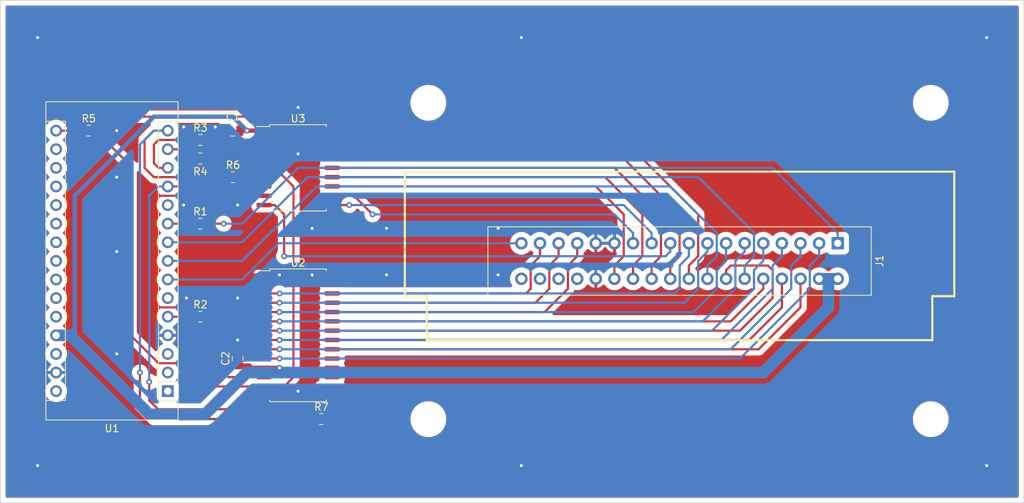
<source format=kicad_pcb>
(kicad_pcb (version 20211014) (generator pcbnew)
  (layers (0 "F.Cu" signal) (31 "B.Cu" signal) (34 "B.Paste" user) (35 "F.Paste" user) (36 "B.SilkS" user "B.Silkscreen") (37 "F.SilkS" user "F.Silkscreen") (38 "B.Mask" user) (39 "F.Mask" user) (44 "Edge.Cuts" user))
  (net 0 "")
  (net 1 "+5V")
  (net 2 "Net-(J1-Pad3)")
  (net 3 "~{WE}")
  (net 4 "Net-(J1-Pad5)")
  (net 5 "Net-(J1-Pad6)")
  (net 6 "Net-(J1-Pad7)")
  (net 7 "Net-(J1-Pad8)")
  (net 8 "Net-(J1-Pad9)")
  (net 9 "Net-(J1-Pad10)")
  (net 10 "Net-(J1-Pad11)")
  (net 11 "~{OE}")
  (net 12 "Net-(J1-Pad13)")
  (net 13 "Net-(J1-Pad14)")
  (net 14 "Net-(J1-Pad15)")
  (net 15 "~{CE}")
  (net 16 "Net-(J1-Pad17)")
  (net 17 "Net-(J1-Pad18)")
  (net 18 "Net-(J1-Pad19)")
  (net 19 "Net-(J1-Pad20)")
  (net 20 "Net-(J1-Pad21)")
  (net 21 "Net-(J1-Pad22)")
  (net 22 "Net-(J1-Pad23)")
  (net 23 "Net-(J1-Pad24)")
  (net 24 "GND")
  (net 25 "Net-(J1-Pad26)")
  (net 26 "Net-(J1-Pad29)")
  (net 28 "Net-(J1-Pad31)")
  (net 30 "Net-(J1-Pad33)")
  (net 32 "PB6")
  (net 38 "/~{CS_D}")
  (net 39 "Net-(R4-Pad1)")
  (net 53 "Net-(R1-Pad1)")
  (net 56 "Net-(R5-Pad1)")
  (net 57 "Net-(R6-Pad2)")
  (net 58 "Net-(R7-Pad2)")
  (net 59 "/MOSI")
  (net 60 "/SCK")
  (net 61 "/MISO")
  (net 62 "/~{RESET}")
  (net 63 "Net-(R3-Pad1)")
  (net 64 "/~{CS_A}")
  (net 71 "Net-(R2-Pad1)")
  (footprint "Resistor_SMD:R_0805_2012Metric" (layer "F.Cu") (at 80.645 71.12)
    (fp_text reference "R5" (at 0 -1.65) (layer "F.SilkS"))
    (fp_text value "22")
    (fp_line (start -0.227064 0.735) (end 0.227064 0.735) (layer "F.SilkS") (width 0.12))
    (fp_line (start -0.227064 -0.735) (end 0.227064 -0.735) (layer "F.SilkS") (width 0.12))
    (pad "1" smd roundrect locked (at -0.9125 0) (size 1.025 1.4) (layers "F.Cu" "F.Paste" "F.Mask") (roundrect_rratio 0.243902439) (net 56 "Net-(R5-Pad1)"))
    (pad "2" smd roundrect locked (at 0.9125 0) (size 1.025 1.4) (layers "F.Cu" "F.Paste" "F.Mask") (roundrect_rratio 0.243902439) (net 60 "/SCK"))
  )
  (footprint "Package_SO:SOIC-28W_7.5x17.9mm_P1.27mm" (layer "F.Cu") (at 109.22 99.06)
    (fp_text reference "U2" (at 0 -9.9) (layer "F.SilkS"))
    (fp_text value "MCP23S18_PDIP/SOIC")
    (fp_line (start 0 9.06) (end 3.86 9.06) (layer "F.SilkS") (width 0.12))
    (fp_line (start -3.86 -9.06) (end -3.86 -8.815) (layer "F.SilkS") (width 0.12))
    (fp_line (start -3.86 -8.815) (end -5.675 -8.815) (layer "F.SilkS") (width 0.12))
    (fp_line (start 0 9.06) (end -3.86 9.06) (layer "F.SilkS") (width 0.12))
    (fp_line (start 0 -9.06) (end -3.86 -9.06) (layer "F.SilkS") (width 0.12))
    (fp_line (start 3.86 9.06) (end 3.86 8.815) (layer "F.SilkS") (width 0.12))
    (fp_line (start -3.86 9.06) (end -3.86 8.815) (layer "F.SilkS") (width 0.12))
    (fp_line (start 3.86 -9.06) (end 3.86 -8.815) (layer "F.SilkS") (width 0.12))
    (fp_line (start 0 -9.06) (end 3.86 -9.06) (layer "F.SilkS") (width 0.12))
    (pad "1" smd roundrect locked (at -4.65 -8.255) (size 2.05 0.6) (layers "F.Cu" "F.Paste" "F.Mask") (net 24 "GND"))
    (pad "2" smd roundrect locked (at -4.65 -6.985) (size 2.05 0.6) (layers "F.Cu" "F.Paste" "F.Mask"))
    (pad "3" smd roundrect locked (at -4.65 -5.715) (size 2.05 0.6) (layers "F.Cu" "F.Paste" "F.Mask") (net 16 "Net-(J1-Pad17)"))
    (pad "4" smd roundrect locked (at -4.65 -4.445) (size 2.05 0.6) (layers "F.Cu" "F.Paste" "F.Mask") (net 14 "Net-(J1-Pad15)"))
    (pad "5" smd roundrect locked (at -4.65 -3.175) (size 2.05 0.6) (layers "F.Cu" "F.Paste" "F.Mask") (net 12 "Net-(J1-Pad13)"))
    (pad "6" smd roundrect locked (at -4.65 -1.905) (size 2.05 0.6) (layers "F.Cu" "F.Paste" "F.Mask") (net 10 "Net-(J1-Pad11)"))
    (pad "7" smd roundrect locked (at -4.65 -0.635) (size 2.05 0.6) (layers "F.Cu" "F.Paste" "F.Mask") (net 8 "Net-(J1-Pad9)"))
    (pad "8" smd roundrect locked (at -4.65 0.635) (size 2.05 0.6) (layers "F.Cu" "F.Paste" "F.Mask") (net 6 "Net-(J1-Pad7)"))
    (pad "9" smd roundrect locked (at -4.65 1.905) (size 2.05 0.6) (layers "F.Cu" "F.Paste" "F.Mask") (net 4 "Net-(J1-Pad5)"))
    (pad "10" smd roundrect locked (at -4.65 3.175) (size 2.05 0.6) (layers "F.Cu" "F.Paste" "F.Mask") (net 2 "Net-(J1-Pad3)"))
    (pad "11" smd roundrect locked (at -4.65 4.445) (size 2.05 0.6) (layers "F.Cu" "F.Paste" "F.Mask") (net 1 "+5V"))
    (pad "12" smd roundrect locked (at -4.65 5.715) (size 2.05 0.6) (layers "F.Cu" "F.Paste" "F.Mask") (net 64 "/~{CS_A}"))
    (pad "13" smd roundrect locked (at -4.65 6.985) (size 2.05 0.6) (layers "F.Cu" "F.Paste" "F.Mask") (net 60 "/SCK"))
    (pad "14" smd roundrect locked (at -4.65 8.255) (size 2.05 0.6) (layers "F.Cu" "F.Paste" "F.Mask") (net 59 "/MOSI"))
    (pad "15" smd roundrect locked (at 4.65 8.255) (size 2.05 0.6) (layers "F.Cu" "F.Paste" "F.Mask") (net 58 "Net-(R7-Pad2)"))
    (pad "16" smd roundrect locked (at 4.65 6.985) (size 2.05 0.6) (layers "F.Cu" "F.Paste" "F.Mask") (net 62 "/~{RESET}"))
    (pad "17" smd roundrect locked (at 4.65 5.715) (size 2.05 0.6) (layers "F.Cu" "F.Paste" "F.Mask"))
    (pad "18" smd roundrect locked (at 4.65 4.445) (size 2.05 0.6) (layers "F.Cu" "F.Paste" "F.Mask"))
    (pad "19" smd roundrect locked (at 4.65 3.175) (size 2.05 0.6) (layers "F.Cu" "F.Paste" "F.Mask"))
    (pad "20" smd roundrect locked (at 4.65 1.905) (size 2.05 0.6) (layers "F.Cu" "F.Paste" "F.Mask") (net 5 "Net-(J1-Pad6)"))
    (pad "21" smd roundrect locked (at 4.65 0.635) (size 2.05 0.6) (layers "F.Cu" "F.Paste" "F.Mask") (net 7 "Net-(J1-Pad8)"))
    (pad "22" smd roundrect locked (at 4.65 -0.635) (size 2.05 0.6) (layers "F.Cu" "F.Paste" "F.Mask") (net 13 "Net-(J1-Pad14)"))
    (pad "23" smd roundrect locked (at 4.65 -1.905) (size 2.05 0.6) (layers "F.Cu" "F.Paste" "F.Mask") (net 9 "Net-(J1-Pad10)"))
    (pad "24" smd roundrect locked (at 4.65 -3.175) (size 2.05 0.6) (layers "F.Cu" "F.Paste" "F.Mask") (net 26 "Net-(J1-Pad29)"))
    (pad "25" smd roundrect locked (at 4.65 -4.445) (size 2.05 0.6) (layers "F.Cu" "F.Paste" "F.Mask") (net 28 "Net-(J1-Pad31)"))
    (pad "26" smd roundrect locked (at 4.65 -5.715) (size 2.05 0.6) (layers "F.Cu" "F.Paste" "F.Mask") (net 30 "Net-(J1-Pad33)"))
    (pad "27" smd roundrect locked (at 4.65 -6.985) (size 2.05 0.6) (layers "F.Cu" "F.Paste" "F.Mask"))
    (pad "28" smd roundrect locked (at 4.65 -8.255) (size 2.05 0.6) (layers "F.Cu" "F.Paste" "F.Mask"))
  )
  (footprint "Capacitor_SMD:C_0805_2012Metric" (layer "F.Cu") (at 100.33 71.12 180)
    (fp_text reference "C1" (at 0 1.905) (layer "F.SilkS"))
    (fp_text value "100nF")
    (fp_line (start -0.261252 -0.735) (end 0.261252 -0.735) (layer "F.SilkS") (width 0.12))
    (fp_line (start -0.261252 0.735) (end 0.261252 0.735) (layer "F.SilkS") (width 0.12))
    (pad "1" smd roundrect locked (at -0.95 0 180) (size 1 1.45) (layers "F.Cu" "F.Paste" "F.Mask") (net 1 "+5V"))
    (pad "2" smd roundrect locked (at 0.95 0 180) (size 1 1.45) (layers "F.Cu" "F.Paste" "F.Mask") (net 24 "GND"))
  )
  (footprint "Capacitor_SMD:C_0805_2012Metric" (layer "F.Cu") (at 100.965 102.235 90)
    (fp_text reference "C2" (at 0 -1.651 270) (layer "F.SilkS"))
    (fp_text value "100nF")
    (fp_line (start -0.261252 0.735) (end 0.261252 0.735) (layer "F.SilkS") (width 0.12))
    (fp_line (start -0.261252 -0.735) (end 0.261252 -0.735) (layer "F.SilkS") (width 0.12))
    (pad "1" smd roundrect locked (at -0.95 0 90) (size 1 1.45) (layers "F.Cu" "F.Paste" "F.Mask") (net 1 "+5V"))
    (pad "2" smd roundrect locked (at 0.95 0 90) (size 1 1.45) (layers "F.Cu" "F.Paste" "F.Mask") (net 24 "GND"))
  )
  (footprint "Module:Arduino_Nano" (layer "F.Cu") (at 91.43 106.68 180)
    (fp_text reference "U1" (at 7.62 -5.08) (layer "F.SilkS"))
    (fp_text value "Arduino_Nano_v3.x")
    (fp_line (start -1.4 1.27) (end -1.4 39.5) (layer "F.SilkS") (width 0.12))
    (fp_line (start -1.4 39.5) (end 16.64 39.5) (layer "F.SilkS") (width 0.12))
    (fp_line (start -1.4 -3.94) (end -1.4 -1.27) (layer "F.SilkS") (width 0.12))
    (fp_line (start 1.27 1.27) (end 1.27 -1.27) (layer "F.SilkS") (width 0.12))
    (fp_line (start 13.97 -1.27) (end 16.64 -1.27) (layer "F.SilkS") (width 0.12))
    (fp_line (start 13.97 36.83) (end 16.64 36.83) (layer "F.SilkS") (width 0.12))
    (fp_line (start 1.27 36.83) (end -1.4 36.83) (layer "F.SilkS") (width 0.12))
    (fp_line (start 16.64 -3.94) (end -1.4 -3.94) (layer "F.SilkS") (width 0.12))
    (fp_line (start 1.27 1.27) (end 1.27 36.83) (layer "F.SilkS") (width 0.12))
    (fp_line (start 1.27 1.27) (end -1.4 1.27) (layer "F.SilkS") (width 0.12))
    (fp_line (start 13.97 -1.27) (end 13.97 36.83) (layer "F.SilkS") (width 0.12))
    (fp_line (start 16.64 39.5) (end 16.64 -3.94) (layer "F.SilkS") (width 0.12))
    (fp_line (start 1.27 -1.27) (end -1.4 -1.27) (layer "F.SilkS") (width 0.12))
    (pad "1" thru_hole rect locked (at 0 0 180) (size 1.6 1.6) (drill 1) (layers *.Cu *.Mask))
    (pad "2" thru_hole oval locked (at 0 2.54 180) (size 1.6 1.6) (drill 1) (layers *.Cu *.Mask))
    (pad "3" thru_hole oval locked (at 0 5.08 180) (size 1.6 1.6) (drill 1) (layers *.Cu *.Mask))
    (pad "4" thru_hole oval locked (at 0 7.62 180) (size 1.6 1.6) (drill 1) (layers *.Cu *.Mask) (net 24 "GND"))
    (pad "5" thru_hole oval locked (at 0 10.16 180) (size 1.6 1.6) (drill 1) (layers *.Cu *.Mask) (net 71 "Net-(R2-Pad1)"))
    (pad "6" thru_hole oval locked (at 0 12.7 180) (size 1.6 1.6) (drill 1) (layers *.Cu *.Mask))
    (pad "7" thru_hole oval locked (at 0 15.24 180) (size 1.6 1.6) (drill 1) (layers *.Cu *.Mask) (net 32 "PB6"))
    (pad "8" thru_hole oval locked (at 0 17.78 180) (size 1.6 1.6) (drill 1) (layers *.Cu *.Mask) (net 15 "~{CE}"))
    (pad "9" thru_hole oval locked (at 0 20.32 180) (size 1.6 1.6) (drill 1) (layers *.Cu *.Mask) (net 11 "~{OE}"))
    (pad "10" thru_hole oval locked (at 0 22.86 180) (size 1.6 1.6) (drill 1) (layers *.Cu *.Mask) (net 53 "Net-(R1-Pad1)"))
    (pad "11" thru_hole oval locked (at 0 25.4 180) (size 1.6 1.6) (drill 1) (layers *.Cu *.Mask))
    (pad "12" thru_hole oval locked (at 0 27.94 180) (size 1.6 1.6) (drill 1) (layers *.Cu *.Mask) (net 62 "/~{RESET}"))
    (pad "13" thru_hole oval locked (at 0 30.48 180) (size 1.6 1.6) (drill 1) (layers *.Cu *.Mask) (net 63 "Net-(R3-Pad1)"))
    (pad "14" thru_hole oval locked (at 0 33.02 180) (size 1.6 1.6) (drill 1) (layers *.Cu *.Mask) (net 39 "Net-(R4-Pad1)"))
    (pad "15" thru_hole oval locked (at 0 35.56 180) (size 1.6 1.6) (drill 1) (layers *.Cu *.Mask) (net 61 "/MISO"))
    (pad "16" thru_hole oval locked (at 15.24 35.56 180) (size 1.6 1.6) (drill 1) (layers *.Cu *.Mask) (net 56 "Net-(R5-Pad1)"))
    (pad "17" thru_hole oval locked (at 15.24 33.02 180) (size 1.6 1.6) (drill 1) (layers *.Cu *.Mask))
    (pad "18" thru_hole oval locked (at 15.24 30.48 180) (size 1.6 1.6) (drill 1) (layers *.Cu *.Mask))
    (pad "19" thru_hole oval locked (at 15.24 27.94 180) (size 1.6 1.6) (drill 1) (layers *.Cu *.Mask))
    (pad "20" thru_hole oval locked (at 15.24 25.4 180) (size 1.6 1.6) (drill 1) (layers *.Cu *.Mask))
    (pad "21" thru_hole oval locked (at 15.24 22.86 180) (size 1.6 1.6) (drill 1) (layers *.Cu *.Mask))
    (pad "22" thru_hole oval locked (at 15.24 20.32 180) (size 1.6 1.6) (drill 1) (layers *.Cu *.Mask))
    (pad "23" thru_hole oval locked (at 15.24 17.78 180) (size 1.6 1.6) (drill 1) (layers *.Cu *.Mask))
    (pad "24" thru_hole oval locked (at 15.24 15.24 180) (size 1.6 1.6) (drill 1) (layers *.Cu *.Mask))
    (pad "25" thru_hole oval locked (at 15.24 12.7 180) (size 1.6 1.6) (drill 1) (layers *.Cu *.Mask))
    (pad "26" thru_hole oval locked (at 15.24 10.16 180) (size 1.6 1.6) (drill 1) (layers *.Cu *.Mask))
    (pad "27" thru_hole oval locked (at 15.24 7.62 180) (size 1.6 1.6) (drill 1) (layers *.Cu *.Mask) (net 1 "+5V"))
    (pad "28" thru_hole oval locked (at 15.24 5.08 180) (size 1.6 1.6) (drill 1) (layers *.Cu *.Mask))
    (pad "29" thru_hole oval locked (at 15.24 2.54 180) (size 1.6 1.6) (drill 1) (layers *.Cu *.Mask) (net 24 "GND"))
    (pad "30" thru_hole oval locked (at 15.24 0 180) (size 1.6 1.6) (drill 1) (layers *.Cu *.Mask))
  )
  (footprint "Resistor_SMD:R_0805_2012Metric" (layer "F.Cu") (at 95.885 72.39)
    (fp_text reference "R3" (at 0 -1.65) (layer "F.SilkS"))
    (fp_text value "22")
    (fp_line (start -0.227064 -0.735) (end 0.227064 -0.735) (layer "F.SilkS") (width 0.12))
    (fp_line (start -0.227064 0.735) (end 0.227064 0.735) (layer "F.SilkS") (width 0.12))
    (pad "1" smd roundrect locked (at -0.9125 0) (size 1.025 1.4) (layers "F.Cu" "F.Paste" "F.Mask") (roundrect_rratio 0.243902439) (net 63 "Net-(R3-Pad1)"))
    (pad "2" smd roundrect locked (at 0.9125 0) (size 1.025 1.4) (layers "F.Cu" "F.Paste" "F.Mask") (roundrect_rratio 0.243902439) (net 38 "/~{CS_D}"))
  )
  (footprint "Resistor_SMD:R_0805_2012Metric" (layer "F.Cu") (at 95.885 74.93)
    (fp_text reference "R4" (at 0 1.778) (layer "F.SilkS"))
    (fp_text value "22")
    (fp_line (start -0.227064 0.735) (end 0.227064 0.735) (layer "F.SilkS") (width 0.12))
    (fp_line (start -0.227064 -0.735) (end 0.227064 -0.735) (layer "F.SilkS") (width 0.12))
    (pad "1" smd roundrect locked (at -0.9125 0) (size 1.025 1.4) (layers "F.Cu" "F.Paste" "F.Mask") (roundrect_rratio 0.243902439) (net 39 "Net-(R4-Pad1)"))
    (pad "2" smd roundrect locked (at 0.9125 0) (size 1.025 1.4) (layers "F.Cu" "F.Paste" "F.Mask") (roundrect_rratio 0.243902439) (net 59 "/MOSI"))
  )
  (footprint "Resistor_SMD:R_0805_2012Metric" (layer "F.Cu") (at 100.33 77.47)
    (fp_text reference "R6" (at 0 -1.65) (layer "F.SilkS"))
    (fp_text value "22")
    (fp_line (start -0.227064 -0.735) (end 0.227064 -0.735) (layer "F.SilkS") (width 0.12))
    (fp_line (start -0.227064 0.735) (end 0.227064 0.735) (layer "F.SilkS") (width 0.12))
    (pad "1" smd roundrect locked (at -0.9125 0) (size 1.025 1.4) (layers "F.Cu" "F.Paste" "F.Mask") (roundrect_rratio 0.243902439) (net 61 "/MISO"))
    (pad "2" smd roundrect locked (at 0.9125 0) (size 1.025 1.4) (layers "F.Cu" "F.Paste" "F.Mask") (roundrect_rratio 0.243902439) (net 57 "Net-(R6-Pad2)"))
  )
  (footprint "Resistor_SMD:R_0805_2012Metric" (layer "F.Cu") (at 112.395 110.49)
    (fp_text reference "R7" (at 0 -1.65) (layer "F.SilkS"))
    (fp_text value "22")
    (fp_line (start -0.227064 -0.735) (end 0.227064 -0.735) (layer "F.SilkS") (width 0.12))
    (fp_line (start -0.227064 0.735) (end 0.227064 0.735) (layer "F.SilkS") (width 0.12))
    (pad "1" smd roundrect locked (at -0.9125 0) (size 1.025 1.4) (layers "F.Cu" "F.Paste" "F.Mask") (roundrect_rratio 0.243902439) (net 61 "/MISO"))
    (pad "2" smd roundrect locked (at 0.9125 0) (size 1.025 1.4) (layers "F.Cu" "F.Paste" "F.Mask") (roundrect_rratio 0.243902439) (net 58 "Net-(R7-Pad2)"))
  )
  (footprint "Resistor_SMD:R_0805_2012Metric" (layer "F.Cu") (at 95.885 96.52)
    (fp_text reference "R2" (at 0 -1.65) (layer "F.SilkS"))
    (fp_text value "22")
    (fp_line (start -0.227064 -0.735) (end 0.227064 -0.735) (layer "F.SilkS") (width 0.12))
    (fp_line (start -0.227064 0.735) (end 0.227064 0.735) (layer "F.SilkS") (width 0.12))
    (pad "1" smd roundrect locked (at -0.9125 0) (size 1.025 1.4) (layers "F.Cu" "F.Paste" "F.Mask") (roundrect_rratio 0.243902439) (net 71 "Net-(R2-Pad1)"))
    (pad "2" smd roundrect locked (at 0.9125 0) (size 1.025 1.4) (layers "F.Cu" "F.Paste" "F.Mask") (roundrect_rratio 0.243902439) (net 64 "/~{CS_A}"))
  )
  (footprint "Vectrex:CartridgeHeader_2x18_P2.54mm_Vertical" (layer "F.Cu") (at 161.29 88.92 -90)
    (fp_text reference "J1" (at 0 -27.305 -90) (layer "F.SilkS"))
    (fp_text value "EDGE-CONNECTOR")
    (fp_line (start 4.6736 -26.162) (end 4.6736 26.162) (layer "F.SilkS") (width 0.12))
    (fp_line (start 4.8 37.5) (end 4.8 34.5) (layer "F.SilkS") (width 0.3))
    (fp_line (start -4.6736 -26.162) (end -4.6736 26.162) (layer "F.SilkS") (width 0.12))
    (fp_line (start -4.6736 -26.162) (end 4.6736 -26.162) (layer "F.SilkS") (width 0.12))
    (fp_line (start -4.6736 26.162) (end 4.6736 26.162) (layer "F.SilkS") (width 0.12))
    (fp_line (start 10.8 -34.5) (end 4.8 -34.5) (layer "F.SilkS") (width 0.3))
    (fp_line (start -12.2 37.5) (end 4.8 37.5) (layer "F.SilkS") (width 0.3))
    (fp_line (start 4.8 34.5) (end 10.8 34.5) (layer "F.SilkS") (width 0.3))
    (fp_line (start 4.8 -37.5) (end 4.8 -34.5) (layer "F.SilkS") (width 0.3))
    (fp_line (start 10.8 34.5) (end 10.8 -34.5) (layer "F.SilkS") (width 0.3))
    (fp_line (start -12.2 -37.5) (end -12.2 37.5) (layer "F.SilkS") (width 0.3))
    (fp_line (start 4.8 -37.5) (end -12.2 -37.5) (layer "F.SilkS") (width 0.3))
    (pad "" np_thru_hole circle (at -21.59 -34.29 270) (size 3.5 3.5) (drill 3.5) (layers F&B.Cu *.Mask))
    (pad "" np_thru_hole circle (at 21.59 34.29 270) (size 3.5 3.5) (drill 3.5) (layers F&B.Cu *.Mask))
    (pad "" np_thru_hole circle (at -21.59 34.29 270) (size 3.5 3.5) (drill 3.5) (layers F&B.Cu *.Mask))
    (pad "" np_thru_hole circle (at 21.59 -34.29 270) (size 3.5 3.5) (drill 3.5) (layers F&B.Cu *.Mask))
    (pad "1" thru_hole rect (at -2.4257 -21.59 270) (size 1.7 1.7) (drill 1) (layers *.Cu *.Mask) (net 3 "~{WE}"))
    (pad "2" thru_hole oval (at 2.4257 -21.59 270) (size 1.7 1.7) (drill 1) (layers *.Cu *.Mask) (net 1 "+5V"))
    (pad "3" thru_hole oval (at -2.4257 -19.05 270) (size 1.7 1.7) (drill 1) (layers *.Cu *.Mask) (net 2 "Net-(J1-Pad3)"))
    (pad "4" thru_hole oval (at 2.4257 -19.05 270) (size 1.7 1.7) (drill 1) (layers *.Cu *.Mask) (net 1 "+5V"))
    (pad "5" thru_hole oval (at -2.4257 -16.51 270) (size 1.7 1.7) (drill 1) (layers *.Cu *.Mask) (net 4 "Net-(J1-Pad5)"))
    (pad "6" thru_hole oval (at 2.4257 -16.51 270) (size 1.7 1.7) (drill 1) (layers *.Cu *.Mask) (net 5 "Net-(J1-Pad6)"))
    (pad "7" thru_hole oval (at -2.4257 -13.97 270) (size 1.7 1.7) (drill 1) (layers *.Cu *.Mask) (net 6 "Net-(J1-Pad7)"))
    (pad "8" thru_hole oval (at 2.4257 -13.97 270) (size 1.7 1.7) (drill 1) (layers *.Cu *.Mask) (net 7 "Net-(J1-Pad8)"))
    (pad "9" thru_hole oval (at -2.4257 -11.43 270) (size 1.7 1.7) (drill 1) (layers *.Cu *.Mask) (net 8 "Net-(J1-Pad9)"))
    (pad "10" thru_hole oval (at 2.4257 -11.43 270) (size 1.7 1.7) (drill 1) (layers *.Cu *.Mask) (net 9 "Net-(J1-Pad10)"))
    (pad "11" thru_hole oval (at -2.4257 -8.89 270) (size 1.7 1.7) (drill 1) (layers *.Cu *.Mask) (net 10 "Net-(J1-Pad11)"))
    (pad "12" thru_hole oval (at 2.4257 -8.89 270) (size 1.7 1.7) (drill 1) (layers *.Cu *.Mask) (net 11 "~{OE}"))
    (pad "13" thru_hole oval (at -2.4257 -6.35 270) (size 1.7 1.7) (drill 1) (layers *.Cu *.Mask) (net 12 "Net-(J1-Pad13)"))
    (pad "14" thru_hole oval (at 2.4257 -6.35 270) (size 1.7 1.7) (drill 1) (layers *.Cu *.Mask) (net 13 "Net-(J1-Pad14)"))
    (pad "15" thru_hole oval (at -2.4257 -3.81 270) (size 1.7 1.7) (drill 1) (layers *.Cu *.Mask) (net 14 "Net-(J1-Pad15)"))
    (pad "16" thru_hole oval (at 2.4257 -3.81 270) (size 1.7 1.7) (drill 1) (layers *.Cu *.Mask) (net 15 "~{CE}"))
    (pad "17" thru_hole oval (at -2.4257 -1.27 270) (size 1.7 1.7) (drill 1) (layers *.Cu *.Mask) (net 16 "Net-(J1-Pad17)"))
    (pad "18" thru_hole oval (at 2.4257 -1.27 270) (size 1.7 1.7) (drill 1) (layers *.Cu *.Mask) (net 17 "Net-(J1-Pad18)"))
    (pad "19" thru_hole oval (at -2.4257 1.27 270) (size 1.7 1.7) (drill 1) (layers *.Cu *.Mask) (net 18 "Net-(J1-Pad19)"))
    (pad "20" thru_hole oval (at 2.4257 1.27 270) (size 1.7 1.7) (drill 1) (layers *.Cu *.Mask) (net 19 "Net-(J1-Pad20)"))
    (pad "21" thru_hole oval (at -2.4257 3.81 270) (size 1.7 1.7) (drill 1) (layers *.Cu *.Mask) (net 20 "Net-(J1-Pad21)"))
    (pad "22" thru_hole oval (at 2.4257 3.81 270) (size 1.7 1.7) (drill 1) (layers *.Cu *.Mask) (net 21 "Net-(J1-Pad22)"))
    (pad "23" thru_hole oval (at -2.4257 6.35 270) (size 1.7 1.7) (drill 1) (layers *.Cu *.Mask) (net 22 "Net-(J1-Pad23)"))
    (pad "24" thru_hole oval (at 2.4257 6.35 270) (size 1.7 1.7) (drill 1) (layers *.Cu *.Mask) (net 23 "Net-(J1-Pad24)"))
    (pad "25" thru_hole oval (at -2.4257 8.89 270) (size 1.7 1.7) (drill 1) (layers *.Cu *.Mask) (net 24 "GND"))
    (pad "26" thru_hole oval (at 2.4257 8.89 270) (size 1.7 1.7) (drill 1) (layers *.Cu *.Mask) (net 25 "Net-(J1-Pad26)"))
    (pad "27" thru_hole oval (at -2.4257 11.43 270) (size 1.7 1.7) (drill 1) (layers *.Cu *.Mask) (net 24 "GND"))
    (pad "28" thru_hole oval (at 2.4257 11.43 270) (size 1.7 1.7) (drill 1) (layers *.Cu *.Mask) (net 24 "GND"))
    (pad "29" thru_hole oval (at -2.4257 13.97 270) (size 1.7 1.7) (drill 1) (layers *.Cu *.Mask) (net 26 "Net-(J1-Pad29)"))
    (pad "30" thru_hole oval (at 2.4257 13.97 270) (size 1.7 1.7) (drill 1) (layers *.Cu *.Mask))
    (pad "31" thru_hole oval (at -2.4257 16.51 270) (size 1.7 1.7) (drill 1) (layers *.Cu *.Mask) (net 28 "Net-(J1-Pad31)"))
    (pad "32" thru_hole oval (at 2.4257 16.51 270) (size 1.7 1.7) (drill 1) (layers *.Cu *.Mask))
    (pad "33" thru_hole oval (at -2.4257 19.05 270) (size 1.7 1.7) (drill 1) (layers *.Cu *.Mask) (net 30 "Net-(J1-Pad33)"))
    (pad "34" thru_hole oval (at 2.4257 19.05 270) (size 1.7 1.7) (drill 1) (layers *.Cu *.Mask))
    (pad "35" thru_hole oval (at -2.4257 21.59 270) (size 1.7 1.7) (drill 1) (layers *.Cu *.Mask) (net 32 "PB6"))
    (pad "36" thru_hole oval (at 2.4257 21.59 270) (size 1.7 1.7) (drill 1) (layers *.Cu *.Mask))
  )
  (footprint "Package_SO:SOIC-18W_7.5x11.6mm_P1.27mm" (layer "F.Cu") (at 109.22 76.2)
    (fp_text reference "U3" (at 0 -6.72) (layer "F.SilkS"))
    (fp_text value "MCP23S09-PDIP/SOIC")
    (fp_line (start 3.86 -5.885) (end 3.86 -5.64) (layer "F.SilkS") (width 0.12))
    (fp_line (start 0 5.885) (end -3.86 5.885) (layer "F.SilkS") (width 0.12))
    (fp_line (start 0 -5.885) (end 3.86 -5.885) (layer "F.SilkS") (width 0.12))
    (fp_line (start 3.86 5.885) (end 3.86 5.64) (layer "F.SilkS") (width 0.12))
    (fp_line (start -3.86 -5.885) (end -3.86 -5.64) (layer "F.SilkS") (width 0.12))
    (fp_line (start -3.86 -5.64) (end -5.675 -5.64) (layer "F.SilkS") (width 0.12))
    (fp_line (start 0 5.885) (end 3.86 5.885) (layer "F.SilkS") (width 0.12))
    (fp_line (start -3.86 5.885) (end -3.86 5.64) (layer "F.SilkS") (width 0.12))
    (fp_line (start 0 -5.885) (end -3.86 -5.885) (layer "F.SilkS") (width 0.12))
    (pad "1" smd roundrect locked (at -4.65 -5.08) (size 2.05 0.6) (layers "F.Cu" "F.Paste" "F.Mask") (net 1 "+5V"))
    (pad "2" smd roundrect locked (at -4.65 -3.81) (size 2.05 0.6) (layers "F.Cu" "F.Paste" "F.Mask"))
    (pad "3" smd roundrect locked (at -4.65 -2.54) (size 2.05 0.6) (layers "F.Cu" "F.Paste" "F.Mask") (net 38 "/~{CS_D}"))
    (pad "4" smd roundrect locked (at -4.65 -1.27) (size 2.05 0.6) (layers "F.Cu" "F.Paste" "F.Mask") (net 60 "/SCK"))
    (pad "5" smd roundrect locked (at -4.65 0) (size 2.05 0.6) (layers "F.Cu" "F.Paste" "F.Mask") (net 59 "/MOSI"))
    (pad "6" smd roundrect locked (at -4.65 1.27) (size 2.05 0.6) (layers "F.Cu" "F.Paste" "F.Mask") (net 57 "Net-(R6-Pad2)"))
    (pad "7" smd roundrect locked (at -4.65 2.54) (size 2.05 0.6) (layers "F.Cu" "F.Paste" "F.Mask") (net 62 "/~{RESET}"))
    (pad "8" smd roundrect locked (at -4.65 3.81) (size 2.05 0.6) (layers "F.Cu" "F.Paste" "F.Mask"))
    (pad "9" smd roundrect locked (at -4.65 5.08) (size 2.05 0.6) (layers "F.Cu" "F.Paste" "F.Mask") (net 18 "Net-(J1-Pad19)"))
    (pad "10" smd roundrect locked (at 4.65 5.08) (size 2.05 0.6) (layers "F.Cu" "F.Paste" "F.Mask") (net 20 "Net-(J1-Pad21)"))
    (pad "11" smd roundrect locked (at 4.65 3.81) (size 2.05 0.6) (layers "F.Cu" "F.Paste" "F.Mask") (net 22 "Net-(J1-Pad23)"))
    (pad "12" smd roundrect locked (at 4.65 2.54) (size 2.05 0.6) (layers "F.Cu" "F.Paste" "F.Mask") (net 25 "Net-(J1-Pad26)"))
    (pad "13" smd roundrect locked (at 4.65 1.27) (size 2.05 0.6) (layers "F.Cu" "F.Paste" "F.Mask") (net 23 "Net-(J1-Pad24)"))
    (pad "14" smd roundrect locked (at 4.65 0) (size 2.05 0.6) (layers "F.Cu" "F.Paste" "F.Mask") (net 21 "Net-(J1-Pad22)"))
    (pad "15" smd roundrect locked (at 4.65 -1.27) (size 2.05 0.6) (layers "F.Cu" "F.Paste" "F.Mask") (net 19 "Net-(J1-Pad20)"))
    (pad "16" smd roundrect locked (at 4.65 -2.54) (size 2.05 0.6) (layers "F.Cu" "F.Paste" "F.Mask") (net 17 "Net-(J1-Pad18)"))
    (pad "17" smd roundrect locked (at 4.65 -3.81) (size 2.05 0.6) (layers "F.Cu" "F.Paste" "F.Mask"))
    (pad "18" smd roundrect locked (at 4.65 -5.08) (size 2.05 0.6) (layers "F.Cu" "F.Paste" "F.Mask") (net 24 "GND"))
  )
  (footprint "Resistor_SMD:R_0805_2012Metric" (layer "F.Cu") (at 95.885 83.82)
    (fp_text reference "R1" (at 0 -1.65) (layer "F.SilkS"))
    (fp_text value "100")
    (fp_line (start -0.227064 0.735) (end 0.227064 0.735) (layer "F.SilkS") (width 0.12))
    (fp_line (start -0.227064 -0.735) (end 0.227064 -0.735) (layer "F.SilkS") (width 0.12))
    (pad "1" smd roundrect locked (at -0.9125 0) (size 1.025 1.4) (layers "F.Cu" "F.Paste" "F.Mask") (roundrect_rratio 0.243902439) (net 53 "Net-(R1-Pad1)"))
    (pad "2" smd roundrect locked (at 0.9125 0) (size 1.025 1.4) (layers "F.Cu" "F.Paste" "F.Mask") (roundrect_rratio 0.243902439) (net 3 "~{WE}"))
  )
  (gr_rect (start 208.28 53.34) (end 68.58 121.92) (layer "Edge.Cuts") (width 0.1) (fill none))
  (segment (start 102.5525 103.1875) (end 102.55 103.185) (width 0.6) (layer "F.Cu") (net 1))
  (segment (start 102.55 103.185) (end 100.965 103.185) (width 0.6) (layer "F.Cu") (net 1))
  (segment (start 104.57 71.12) (end 102.235 71.12) (width 0.6) (layer "F.Cu") (net 1))
  (segment (start 104.57 103.505) (end 106.68 103.505) (width 0.6) (layer "F.Cu") (net 1))
  (segment (start 104.57 103.505) (end 102.87 103.505) (width 0.6) (layer "F.Cu") (net 1))
  (segment (start 102.235 71.12) (end 101.28 71.12) (width 0.6) (layer "F.Cu") (net 1))
  (segment (start 102.87 103.505) (end 102.5525 103.1875) (width 0.6) (layer "F.Cu") (net 1))
  (via (at 102.235 71.12) (size 0.8) (drill 0.4) (layers "F.Cu" "B.Cu") (net 1))
  (via (at 106.68 103.505) (size 0.8) (drill 0.4) (layers "F.Cu" "B.Cu") (net 1))
  (segment (start 89.535 69.215) (end 78.74 80.01) (width 0.6) (layer "B.Cu") (net 1))
  (segment (start 78.74 80.01) (end 78.74 98.1075) (width 0.6) (layer "B.Cu") (net 1))
  (segment (start 78.105 99.06) (end 78.74 99.695) (width 1.6) (layer "B.Cu") (net 1))
  (segment (start 88.9 109.855) (end 96.52 109.855) (width 1.6) (layer "B.Cu") (net 1))
  (segment (start 172.72 104.14) (end 181.61 95.25) (width 1.6) (layer "B.Cu") (net 1))
  (segment (start 78.74 98.1075) (end 78.74 99.695) (width 0.6) (layer "B.Cu") (net 1))
  (segment (start 78.105 98.7425) (end 78.105 99.06) (width 0.6) (layer "B.Cu") (net 1))
  (segment (start 76.19 99.06) (end 78.105 99.06) (width 1.6) (layer "B.Cu") (net 1))
  (segment (start 181.61 91.44) (end 181.5157 91.3457) (width 1.6) (layer "B.Cu") (net 1))
  (segment (start 181.5157 91.3457) (end 180.34 91.3457) (width 1.6) (layer "B.Cu") (net 1))
  (segment (start 78.74 99.695) (end 88.9 109.855) (width 1.6) (layer "B.Cu") (net 1))
  (segment (start 96.52 109.855) (end 102.235 104.14) (width 1.6) (layer "B.Cu") (net 1))
  (segment (start 181.5157 91.3457) (end 182.88 91.3457) (width 1.6) (layer "B.Cu") (net 1))
  (segment (start 78.74 98.1075) (end 78.105 98.7425) (width 0.6) (layer "B.Cu") (net 1))
  (segment (start 102.235 104.14) (end 172.72 104.14) (width 1.6) (layer "B.Cu") (net 1))
  (segment (start 181.61 95.25) (end 181.61 91.44) (width 1.6) (layer "B.Cu") (net 1))
  (segment (start 102.235 71.12) (end 100.33 69.215) (width 0.6) (layer "B.Cu") (net 1))
  (segment (start 100.33 69.215) (end 89.535 69.215) (width 0.6) (layer "B.Cu") (net 1))
  (segment (start 104.57 102.235) (end 106.68 102.235) (width 0.3) (layer "F.Cu") (net 2))
  (via (at 106.68 102.235) (size 0.8) (drill 0.4) (layers "F.Cu" "B.Cu") (net 2))
  (segment (start 169.545 102.235) (end 106.68 102.235) (width 0.3) (layer "B.Cu") (net 2))
  (segment (start 180.34 88.265) (end 179.07 89.535) (width 0.3) (layer "B.Cu") (net 2))
  (segment (start 180.34 86.4943) (end 180.34 88.265) (width 0.3) (layer "B.Cu") (net 2))
  (segment (start 179.07 92.71) (end 169.545 102.235) (width 0.3) (layer "B.Cu") (net 2))
  (segment (start 179.07 89.535) (end 179.07 92.71) (width 0.3) (layer "B.Cu") (net 2))
  (segment (start 99.06 83.82) (end 96.7975 83.82) (width 0.3) (layer "F.Cu") (net 3))
  (via (at 99.06 83.82) (size 0.8) (drill 0.4) (layers "F.Cu" "B.Cu") (net 3))
  (segment (start 109.22 76.2) (end 173.99 76.2) (width 0.3) (layer "B.Cu") (net 3))
  (segment (start 182.88 85.09) (end 182.88 86.4943) (width 0.3) (layer "B.Cu") (net 3))
  (segment (start 99.06 83.82) (end 101.6 83.82) (width 0.3) (layer "B.Cu") (net 3))
  (segment (start 101.6 83.82) (end 109.22 76.2) (width 0.3) (layer "B.Cu") (net 3))
  (segment (start 173.99 76.2) (end 182.88 85.09) (width 0.3) (layer "B.Cu") (net 3))
  (segment (start 104.57 100.965) (end 106.68 100.965) (width 0.3) (layer "F.Cu") (net 4))
  (via (at 106.68 100.965) (size 0.8) (drill 0.4) (layers "F.Cu" "B.Cu") (net 4))
  (segment (start 177.8 88.265) (end 177.8 86.4943) (width 0.3) (layer "B.Cu") (net 4))
  (segment (start 176.53 89.535) (end 177.8 88.265) (width 0.3) (layer "B.Cu") (net 4))
  (segment (start 106.68 100.965) (end 168.275 100.965) (width 0.3) (layer "B.Cu") (net 4))
  (segment (start 176.53 92.71) (end 176.53 89.535) (width 0.3) (layer "B.Cu") (net 4))
  (segment (start 168.275 100.965) (end 176.53 92.71) (width 0.3) (layer "B.Cu") (net 4))
  (segment (start 177.8 95.25) (end 172.085 100.965) (width 0.3) (layer "F.Cu") (net 5))
  (segment (start 113.87 100.965) (end 172.085 100.965) (width 0.3) (layer "F.Cu") (net 5))
  (segment (start 177.8 91.3457) (end 177.8 95.25) (width 0.3) (layer "F.Cu") (net 5))
  (segment (start 104.57 99.695) (end 106.68 99.695) (width 0.3) (layer "F.Cu") (net 6))
  (via (at 106.68 99.695) (size 0.8) (drill 0.4) (layers "F.Cu" "B.Cu") (net 6))
  (segment (start 173.99 92.71) (end 167.005 99.695) (width 0.3) (layer "B.Cu") (net 6))
  (segment (start 175.26 88.265) (end 173.99 89.535) (width 0.3) (layer "B.Cu") (net 6))
  (segment (start 175.26 86.4943) (end 175.26 88.265) (width 0.3) (layer "B.Cu") (net 6))
  (segment (start 173.99 89.535) (end 173.99 92.71) (width 0.3) (layer "B.Cu") (net 6))
  (segment (start 167.005 99.695) (end 106.68 99.695) (width 0.3) (layer "B.Cu") (net 6))
  (segment (start 170.815 99.695) (end 113.87 99.695) (width 0.3) (layer "F.Cu") (net 7))
  (segment (start 175.26 95.25) (end 170.815 99.695) (width 0.3) (layer "F.Cu") (net 7))
  (segment (start 175.26 91.3457) (end 175.26 95.25) (width 0.3) (layer "F.Cu") (net 7))
  (segment (start 104.57 98.425) (end 106.68 98.425) (width 0.3) (layer "F.Cu") (net 8))
  (via (at 106.68 98.425) (size 0.8) (drill 0.4) (layers "F.Cu" "B.Cu") (net 8))
  (segment (start 172.72 88.9) (end 172.72 86.4943) (width 0.3) (layer "B.Cu") (net 8))
  (segment (start 171.45 90.17) (end 172.72 88.9) (width 0.3) (layer "B.Cu") (net 8))
  (segment (start 171.45 92.71) (end 171.45 90.17) (width 0.3) (layer "B.Cu") (net 8))
  (segment (start 106.68 98.425) (end 165.735 98.425) (width 0.3) (layer "B.Cu") (net 8))
  (segment (start 165.735 98.425) (end 171.45 92.71) (width 0.3) (layer "B.Cu") (net 8))
  (segment (start 168.275 97.155) (end 113.87 97.155) (width 0.3) (layer "F.Cu") (net 9))
  (segment (start 172.72 92.71) (end 168.275 97.155) (width 0.3) (layer "F.Cu") (net 9))
  (segment (start 172.72 91.3457) (end 172.72 92.71) (width 0.3) (layer "F.Cu") (net 9))
  (segment (start 104.57 97.155) (end 106.68 97.155) (width 0.3) (layer "F.Cu") (net 10))
  (via (at 106.68 97.155) (size 0.8) (drill 0.4) (layers "F.Cu" "B.Cu") (net 10))
  (segment (start 170.18 87.63) (end 168.91 88.9) (width 0.3) (layer "B.Cu") (net 10))
  (segment (start 168.91 92.71) (end 164.465 97.155) (width 0.3) (layer "B.Cu") (net 10))
  (segment (start 168.91 88.9) (end 168.91 92.71) (width 0.3) (layer "B.Cu") (net 10))
  (segment (start 164.465 97.155) (end 106.68 97.155) (width 0.3) (layer "B.Cu") (net 10))
  (segment (start 170.18 86.4943) (end 170.18 87.63) (width 0.3) (layer "B.Cu") (net 10))
  (segment (start 171.45 88.265) (end 171.45 85.09) (width 0.3) (layer "B.Cu") (net 11))
  (segment (start 171.45 85.09) (end 163.83 77.47) (width 0.3) (layer "B.Cu") (net 11))
  (segment (start 110.49 77.47) (end 101.6 86.36) (width 0.3) (layer "B.Cu") (net 11))
  (segment (start 101.6 86.36) (end 91.43 86.36) (width 0.3) (layer "B.Cu") (net 11))
  (segment (start 170.18 89.535) (end 171.45 88.265) (width 0.3) (layer "B.Cu") (net 11))
  (segment (start 170.18 91.3457) (end 170.18 89.535) (width 0.3) (layer "B.Cu") (net 11))
  (segment (start 163.83 77.47) (end 110.49 77.47) (width 0.3) (layer "B.Cu") (net 11))
  (segment (start 104.57 95.885) (end 106.68 95.885) (width 0.3) (layer "F.Cu") (net 12))
  (via (at 106.68 95.885) (size 0.8) (drill 0.4) (layers "F.Cu" "B.Cu") (net 12))
  (segment (start 163.195 95.885) (end 166.37 92.71) (width 0.3) (layer "B.Cu") (net 12))
  (segment (start 166.37 92.71) (end 166.37 90.17) (width 0.3) (layer "B.Cu") (net 12))
  (segment (start 166.37 90.17) (end 167.64 88.9) (width 0.3) (layer "B.Cu") (net 12))
  (segment (start 106.68 95.885) (end 163.195 95.885) (width 0.3) (layer "B.Cu") (net 12))
  (segment (start 167.64 88.9) (end 167.64 86.4943) (width 0.3) (layer "B.Cu") (net 12))
  (segment (start 173.99 90.17) (end 173.99 93.98) (width 0.3) (layer "F.Cu") (net 13))
  (segment (start 167.64 90.17) (end 168.275 89.535) (width 0.3) (layer "F.Cu") (net 13))
  (segment (start 113.87 98.425) (end 169.545 98.425) (width 0.3) (layer "F.Cu") (net 13))
  (segment (start 167.64 91.3457) (end 167.64 90.17) (width 0.3) (layer "F.Cu") (net 13))
  (segment (start 168.275 89.535) (end 173.355 89.535) (width 0.3) (layer "F.Cu") (net 13))
  (segment (start 173.99 93.98) (end 169.545 98.425) (width 0.3) (layer "F.Cu") (net 13))
  (segment (start 173.355 89.535) (end 173.99 90.17) (width 0.3) (layer "F.Cu") (net 13))
  (segment (start 104.57 94.615) (end 106.68 94.615) (width 0.3) (layer "F.Cu") (net 14))
  (via (at 106.68 94.615) (size 0.8) (drill 0.4) (layers "F.Cu" "B.Cu") (net 14))
  (segment (start 163.83 88.9) (end 163.83 92.71) (width 0.3) (layer "B.Cu") (net 14))
  (segment (start 161.925 94.615) (end 106.68 94.615) (width 0.3) (layer "B.Cu") (net 14))
  (segment (start 165.1 86.4943) (end 165.1 87.63) (width 0.3) (layer "B.Cu") (net 14))
  (segment (start 165.1 87.63) (end 163.83 88.9) (width 0.3) (layer "B.Cu") (net 14))
  (segment (start 163.83 92.71) (end 161.925 94.615) (width 0.3) (layer "B.Cu") (net 14))
  (segment (start 165.1 91.3457) (end 165.1 89.535) (width 0.3) (layer "B.Cu") (net 15))
  (segment (start 101.6 88.9) (end 91.43 88.9) (width 0.3) (layer "B.Cu") (net 15))
  (segment (start 165.1 89.535) (end 166.37 88.265) (width 0.3) (layer "B.Cu") (net 15))
  (segment (start 111.76 78.74) (end 101.6 88.9) (width 0.3) (layer "B.Cu") (net 15))
  (segment (start 160.02 78.74) (end 111.76 78.74) (width 0.3) (layer "B.Cu") (net 15))
  (segment (start 166.37 88.265) (end 166.37 85.09) (width 0.3) (layer "B.Cu") (net 15))
  (segment (start 166.37 85.09) (end 160.02 78.74) (width 0.3) (layer "B.Cu") (net 15))
  (segment (start 104.57 93.345) (end 106.68 93.345) (width 0.3) (layer "F.Cu") (net 16))
  (via (at 106.68 93.345) (size 0.8) (drill 0.4) (layers "F.Cu" "B.Cu") (net 16))
  (segment (start 106.68 93.345) (end 160.655 93.345) (width 0.3) (layer "B.Cu") (net 16))
  (segment (start 161.310489 89.514511) (end 162.56 88.265) (width 0.3) (layer "B.Cu") (net 16))
  (segment (start 162.56 88.265) (end 162.56 86.4943) (width 0.3) (layer "B.Cu") (net 16))
  (segment (start 160.655 93.345) (end 161.310489 92.689511) (width 0.3) (layer "B.Cu") (net 16))
  (segment (start 161.310489 92.689511) (end 161.310489 89.514511) (width 0.3) (layer "B.Cu") (net 16))
  (segment (start 163.83 88.265) (end 163.83 82.55) (width 0.3) (layer "F.Cu") (net 17))
  (segment (start 162.56 89.535) (end 163.83 88.265) (width 0.3) (layer "F.Cu") (net 17))
  (segment (start 162.56 91.3457) (end 162.56 89.535) (width 0.3) (layer "F.Cu") (net 17))
  (segment (start 113.87 73.66) (end 154.94 73.66) (width 0.3) (layer "F.Cu") (net 17))
  (segment (start 163.83 82.55) (end 154.94 73.66) (width 0.3) (layer "F.Cu") (net 17))
  (segment (start 107.315 82.55) (end 106.045 81.28) (width 0.3) (layer "F.Cu") (net 18))
  (segment (start 106.045 81.28) (end 104.57 81.28) (width 0.3) (layer "F.Cu") (net 18))
  (segment (start 107.315 88.265) (end 107.315 82.55) (width 0.3) (layer "F.Cu") (net 18))
  (via (at 107.315 88.265) (size 0.8) (drill 0.4) (layers "F.Cu" "B.Cu") (net 18))
  (segment (start 160.02 87.63) (end 160.02 86.4943) (width 0.3) (layer "B.Cu") (net 18))
  (segment (start 107.315 88.265) (end 159.385 88.265) (width 0.3) (layer "B.Cu") (net 18))
  (segment (start 159.385 88.265) (end 160.02 87.63) (width 0.3) (layer "B.Cu") (net 18))
  (segment (start 160.02 91.3457) (end 160.02 89.535) (width 0.3) (layer "F.Cu") (net 19))
  (segment (start 161.29 82.55) (end 153.67 74.93) (width 0.3) (layer "F.Cu") (net 19))
  (segment (start 161.29 88.265) (end 161.29 82.55) (width 0.3) (layer "F.Cu") (net 19))
  (segment (start 160.02 89.535) (end 161.29 88.265) (width 0.3) (layer "F.Cu") (net 19))
  (segment (start 153.67 74.93) (end 113.87 74.93) (width 0.3) (layer "F.Cu") (net 19))
  (segment (start 113.87 81.28) (end 116.205 81.28) (width 0.3) (layer "F.Cu") (net 20))
  (via (at 116.205 81.28) (size 0.8) (drill 0.4) (layers "F.Cu" "B.Cu") (net 20))
  (segment (start 157.48 85.09) (end 157.48 86.4943) (width 0.3) (layer "B.Cu") (net 20))
  (segment (start 116.205 81.28) (end 153.67 81.28) (width 0.3) (layer "B.Cu") (net 20))
  (segment (start 153.67 81.28) (end 157.48 85.09) (width 0.3) (layer "B.Cu") (net 20))
  (segment (start 113.87 76.2) (end 152.4 76.2) (width 0.3) (layer "F.Cu") (net 21))
  (segment (start 157.48 91.3457) (end 157.48 89.535) (width 0.3) (layer "F.Cu") (net 21))
  (segment (start 157.48 89.535) (end 158.75 88.265) (width 0.3) (layer "F.Cu") (net 21))
  (segment (start 158.75 88.265) (end 158.75 82.55) (width 0.3) (layer "F.Cu") (net 21))
  (segment (start 158.75 82.55) (end 152.4 76.2) (width 0.3) (layer "F.Cu") (net 21))
  (segment (start 119.38 82.55) (end 116.84 80.01) (width 0.3) (layer "F.Cu") (net 22))
  (segment (start 116.84 80.01) (end 113.87 80.01) (width 0.3) (layer "F.Cu") (net 22))
  (via (at 119.38 82.55) (size 0.8) (drill 0.4) (layers "F.Cu" "B.Cu") (net 22))
  (segment (start 152.4 82.55) (end 154.94 85.09) (width 0.3) (layer "B.Cu") (net 22))
  (segment (start 119.38 82.55) (end 152.4 82.55) (width 0.3) (layer "B.Cu") (net 22))
  (segment (start 154.94 85.09) (end 154.94 86.4943) (width 0.3) (layer "B.Cu") (net 22))
  (segment (start 156.21 82.55) (end 151.13 77.47) (width 0.3) (layer "F.Cu") (net 23))
  (segment (start 156.21 88.265) (end 156.21 82.55) (width 0.3) (layer "F.Cu") (net 23))
  (segment (start 154.94 91.3457) (end 154.94 89.535) (width 0.3) (layer "F.Cu") (net 23))
  (segment (start 154.94 89.535) (end 156.21 88.265) (width 0.3) (layer "F.Cu") (net 23))
  (segment (start 151.13 77.47) (end 113.87 77.47) (width 0.3) (layer "F.Cu") (net 23))
  (segment (start 92.71 95.25) (end 90.17 95.25) (width 0.3) (layer "F.Cu") (net 24))
  (segment (start 90.17 80.01) (end 92.71 80.01) (width 0.3) (layer "F.Cu") (net 24))
  (via (at 139.7 58.42) (size 0.8) (drill 0.4) (layers "F.Cu" "B.Cu") (net 24))
  (via (at 121.285 90.805) (size 0.8) (drill 0.4) (layers "F.Cu" "B.Cu") (net 24))
  (via (at 111.125 84.455) (size 0.8) (drill 0.4) (layers "F.Cu" "B.Cu") (net 24))
  (via (at 84.455 77.47) (size 0.8) (drill 0.4) (layers "F.Cu" "B.Cu") (net 24))
  (via (at 93.599 70.612) (size 0.8) (drill 0.4) (layers "F.Cu" "B.Cu") (net 24))
  (via (at 203.2 116.84) (size 0.8) (drill 0.4) (layers "F.Cu" "B.Cu") (net 24))
  (via (at 73.66 116.84) (size 0.8) (drill 0.4) (layers "F.Cu" "B.Cu") (net 24))
  (via (at 100.965 99.695) (size 0.8) (drill 0.4) (layers "F.Cu" "B.Cu") (net 24))
  (via (at 109.22 74.295) (size 0.8) (drill 0.4) (layers "F.Cu" "B.Cu") (net 24))
  (via (at 136.525 90.805) (size 0.8) (drill 0.4) (layers "F.Cu" "B.Cu") (net 24))
  (via (at 136.525 84.455) (size 0.8) (drill 0.4) (layers "F.Cu" "B.Cu") (net 24))
  (via (at 97.917 70.612) (size 0.8) (drill 0.4) (layers "F.Cu" "B.Cu") (net 24))
  (via (at 203.2 58.42) (size 0.8) (drill 0.4) (layers "F.Cu" "B.Cu") (net 24))
  (via (at 84.455 71.12) (size 0.8) (drill 0.4) (layers "F.Cu" "B.Cu") (net 24))
  (via (at 84.455 87.63) (size 0.8) (drill 0.4) (layers "F.Cu" "B.Cu") (net 24))
  (via (at 100.965 93.98) (size 0.8) (drill 0.4) (layers "F.Cu" "B.Cu") (net 24))
  (via (at 100.965 81.28) (size 0.8) (drill 0.4) (layers "F.Cu" "B.Cu") (net 24))
  (via (at 93.98 93.98) (size 0.8) (drill 0.4) (layers "F.Cu" "B.Cu") (net 24))
  (via (at 106.68 90.805) (size 0.8) (drill 0.4) (layers "F.Cu" "B.Cu") (net 24))
  (via (at 93.599 81.28) (size 0.8) (drill 0.4) (layers "F.Cu" "B.Cu") (net 24))
  (via (at 84.455 101.6) (size 0.8) (drill 0.4) (layers "F.Cu" "B.Cu") (net 24))
  (via (at 73.66 58.42) (size 0.8) (drill 0.4) (layers "F.Cu" "B.Cu") (net 24))
  (via (at 109.22 106.68) (size 0.8) (drill 0.4) (layers "F.Cu" "B.Cu") (net 24))
  (via (at 139.7 116.84) (size 0.8) (drill 0.4) (layers "F.Cu" "B.Cu") (net 24))
  (via (at 121.285 84.455) (size 0.8) (drill 0.4) (layers "F.Cu" "B.Cu") (net 24))
  (via (at 111.125 90.805) (size 0.8) (drill 0.4) (layers "F.Cu" "B.Cu") (net 24))
  (via (at 109.22 67.945) (size 0.8) (drill 0.4) (layers "F.Cu" "B.Cu") (net 24))
  (segment (start 113.87 78.74) (end 149.86 78.74) (width 0.3) (layer "F.Cu") (net 25))
  (segment (start 152.4 91.3457) (end 152.4 89.535) (width 0.3) (layer "F.Cu") (net 25))
  (segment (start 153.67 82.55) (end 149.86 78.74) (width 0.3) (layer "F.Cu") (net 25))
  (segment (start 152.4 89.535) (end 153.67 88.265) (width 0.3) (layer "F.Cu") (net 25))
  (segment (start 153.67 88.265) (end 153.67 82.55) (width 0.3) (layer "F.Cu") (net 25))
  (segment (start 147.32 86.4943) (end 147.32 88.265) (width 0.3) (layer "F.Cu") (net 26))
  (segment (start 146.05 89.535) (end 146.05 92.71) (width 0.3) (layer "F.Cu") (net 26))
  (segment (start 146.05 92.71) (end 142.875 95.885) (width 0.3) (layer "F.Cu") (net 26))
  (segment (start 142.875 95.885) (end 113.87 95.885) (width 0.3) (layer "F.Cu") (net 26))
  (segment (start 147.32 88.265) (end 146.05 89.535) (width 0.3) (layer "F.Cu") (net 26))
  (segment (start 143.51 92.71) (end 141.605 94.615) (width 0.3) (layer "F.Cu") (net 28))
  (segment (start 143.51 89.535) (end 143.51 92.71) (width 0.3) (layer "F.Cu") (net 28))
  (segment (start 144.78 86.4943) (end 144.78 88.265) (width 0.3) (layer "F.Cu") (net 28))
  (segment (start 144.78 88.265) (end 143.51 89.535) (width 0.3) (layer "F.Cu") (net 28))
  (segment (start 113.87 94.615) (end 141.605 94.615) (width 0.3) (layer "F.Cu") (net 28))
  (segment (start 142.24 88.265) (end 140.97 89.535) (width 0.3) (layer "F.Cu") (net 30))
  (segment (start 140.335 93.345) (end 113.87 93.345) (width 0.3) (layer "F.Cu") (net 30))
  (segment (start 142.24 86.4943) (end 142.24 88.265) (width 0.3) (layer "F.Cu") (net 30))
  (segment (start 140.97 89.535) (end 140.97 92.71) (width 0.3) (layer "F.Cu") (net 30))
  (segment (start 140.97 92.71) (end 140.335 93.345) (width 0.3) (layer "F.Cu") (net 30))
  (segment (start 139.7 86.4943) (end 106.5457 86.4943) (width 0.3) (layer "B.Cu") (net 32))
  (segment (start 101.6 91.44) (end 91.43 91.44) (width 0.3) (layer "B.Cu") (net 32))
  (segment (start 106.5457 86.4943) (end 101.6 91.44) (width 0.3) (layer "B.Cu") (net 32))
  (segment (start 97.79 72.39) (end 99.06 73.66) (width 0.3) (layer "F.Cu") (net 38))
  (segment (start 96.7975 72.39) (end 97.79 72.39) (width 0.3) (layer "F.Cu") (net 38))
  (segment (start 99.06 73.66) (end 104.57 73.66) (width 0.3) (layer "F.Cu") (net 38))
  (segment (start 92.71 73.66) (end 91.43 73.66) (width 0.3) (layer "F.Cu") (net 39))
  (segment (start 94.9725 74.93) (end 93.98 74.93) (width 0.3) (layer "F.Cu") (net 39))
  (segment (start 93.98 74.93) (end 92.71 73.66) (width 0.3) (layer "F.Cu") (net 39))
  (segment (start 94.9725 83.82) (end 91.43 83.82) (width 0.3) (layer "F.Cu") (net 53))
  (segment (start 79.7325 71.12) (end 76.19 71.12) (width 0.3) (layer "F.Cu") (net 56))
  (segment (start 104.57 77.47) (end 101.2425 77.47) (width 0.3) (layer "F.Cu") (net 57))
  (segment (start 113.87 108.585) (end 113.3075 109.1475) (width 0.3) (layer "F.Cu") (net 58))
  (segment (start 113.87 107.315) (end 113.87 108.585) (width 0.3) (layer "F.Cu") (net 58))
  (segment (start 113.3075 109.1475) (end 113.3075 110.49) (width 0.3) (layer "F.Cu") (net 58))
  (segment (start 106.045 107.315) (end 108.585 104.775) (width 0.3) (layer "F.Cu") (net 59))
  (segment (start 104.57 107.315) (end 106.045 107.315) (width 0.3) (layer "F.Cu") (net 59))
  (segment (start 96.7975 74.93) (end 101.6 74.93) (width 0.3) (layer "F.Cu") (net 59))
  (segment (start 108.585 78.74) (end 106.045 76.2) (width 0.3) (layer "F.Cu") (net 59))
  (segment (start 106.045 76.2) (end 104.57 76.2) (width 0.3) (layer "F.Cu") (net 59))
  (segment (start 108.585 104.775) (end 108.585 78.74) (width 0.3) (layer "F.Cu") (net 59))
  (segment (start 101.6 74.93) (end 102.87 76.2) (width 0.3) (layer "F.Cu") (net 59))
  (segment (start 102.87 76.2) (end 104.57 76.2) (width 0.3) (layer "F.Cu") (net 59))
  (segment (start 105.41 69.215) (end 83.4625 69.215) (width 0.3) (layer "F.Cu") (net 60))
  (segment (start 106.045 74.93) (end 106.68 74.295) (width 0.3) (layer "F.Cu") (net 60))
  (segment (start 81.5575 71.12) (end 81.5575 70.8425) (width 0.3) (layer "F.Cu") (net 60))
  (segment (start 104.57 74.93) (end 106.045 74.93) (width 0.3) (layer "F.Cu") (net 60))
  (segment (start 90.17 102.87) (end 92.71 102.87) (width 0.3) (layer "F.Cu") (net 60))
  (segment (start 86.36 75.9225) (end 86.36 99.06) (width 0.3) (layer "F.Cu") (net 60))
  (segment (start 106.68 74.295) (end 106.68 70.485) (width 0.3) (layer "F.Cu") (net 60))
  (segment (start 106.68 70.485) (end 105.41 69.215) (width 0.3) (layer "F.Cu") (net 60))
  (segment (start 81.5575 71.12) (end 86.36 75.9225) (width 0.3) (layer "F.Cu") (net 60))
  (segment (start 86.36 99.06) (end 90.17 102.87) (width 0.3) (layer "F.Cu") (net 60))
  (segment (start 95.885 106.045) (end 104.57 106.045) (width 0.3) (layer "F.Cu") (net 60))
  (segment (start 83.4625 69.215) (end 81.5575 71.12) (width 0.3) (layer "F.Cu") (net 60))
  (segment (start 92.71 102.87) (end 95.885 106.045) (width 0.3) (layer "F.Cu") (net 60))
  (segment (start 89.535 77.47) (end 88.265 76.2) (width 0.3) (layer "F.Cu") (net 61))
  (segment (start 99.4175 77.47) (end 89.535 77.47) (width 0.3) (layer "F.Cu") (net 61))
  (segment (start 88.265 72.39) (end 89.535 71.12) (width 0.3) (layer "F.Cu") (net 61))
  (segment (start 89.535 110.49) (end 111.4825 110.49) (width 0.3) (layer "F.Cu") (net 61))
  (segment (start 88.265 76.2) (end 88.265 72.39) (width 0.3) (layer "F.Cu") (net 61))
  (segment (start 87.63 104.14) (end 87.63 108.585) (width 0.3) (layer "F.Cu") (net 61))
  (segment (start 89.535 71.12) (end 91.43 71.12) (width 0.3) (layer "F.Cu") (net 61))
  (segment (start 87.63 108.585) (end 89.535 110.49) (width 0.3) (layer "F.Cu") (net 61))
  (via (at 87.63 104.14) (size 0.8) (drill 0.4) (layers "F.Cu" "B.Cu") (net 61))
  (segment (start 89.535 71.12) (end 91.43 71.12) (width 0.3) (layer "B.Cu") (net 61))
  (segment (start 87.63 104.14) (end 87.63 73.025) (width 0.3) (layer "B.Cu") (net 61))
  (segment (start 87.63 73.025) (end 89.535 71.12) (width 0.3) (layer "B.Cu") (net 61))
  (segment (start 109.291069 109.148931) (end 112.395 106.045) (width 0.3) (layer "F.Cu") (net 62))
  (segment (start 104.57 78.74) (end 91.43 78.74) (width 0.3) (layer "F.Cu") (net 62))
  (segment (start 112.395 106.045) (end 113.87 106.045) (width 0.3) (layer "F.Cu") (net 62))
  (segment (start 88.9 105.41) (end 88.9 107.95) (width 0.3) (layer "F.Cu") (net 62))
  (segment (start 88.9 107.95) (end 90.098931 109.148931) (width 0.3) (layer "F.Cu") (net 62))
  (segment (start 90.098931 109.148931) (end 109.291069 109.148931) (width 0.3) (layer "F.Cu") (net 62))
  (via (at 88.9 105.41) (size 0.8) (drill 0.4) (layers "F.Cu" "B.Cu") (net 62))
  (segment (start 90.17 78.74) (end 91.43 78.74) (width 0.3) (layer "B.Cu") (net 62))
  (segment (start 88.9 80.01) (end 90.17 78.74) (width 0.3) (layer "B.Cu") (net 62))
  (segment (start 88.9 105.41) (end 88.9 80.01) (width 0.3) (layer "B.Cu") (net 62))
  (segment (start 89.535 75.565) (end 89.535 73.025) (width 0.3) (layer "F.Cu") (net 63))
  (segment (start 91.43 76.2) (end 90.17 76.2) (width 0.3) (layer "F.Cu") (net 63))
  (segment (start 90.17 76.2) (end 89.535 75.565) (width 0.3) (layer "F.Cu") (net 63))
  (segment (start 89.535 73.025) (end 90.17 72.39) (width 0.3) (layer "F.Cu") (net 63))
  (segment (start 90.17 72.39) (end 94.9725 72.39) (width 0.3) (layer "F.Cu") (net 63))
  (segment (start 99.695 104.775) (end 104.57 104.775) (width 0.3) (layer "F.Cu") (net 64))
  (segment (start 96.7975 101.8775) (end 99.695 104.775) (width 0.3) (layer "F.Cu") (net 64))
  (segment (start 96.7975 96.52) (end 96.7975 101.8775) (width 0.3) (layer "F.Cu") (net 64))
  (segment (start 91.43 96.52) (end 94.9725 96.52) (width 0.3) (layer "F.Cu") (net 71))
  (zone (net 24) (net_name "GND") (layers F&B.Cu) (connect_pads (clearance 0.7)) (min_thickness 0.4) (fill yes (thermal_gap 0.4) (thermal_bridge_width 0.4))
    (polygon (pts (xy 208.28 121.92) (xy 68.58 121.92) (xy 68.58 53.34) (xy 208.28 53.34)))
  )
)
</source>
